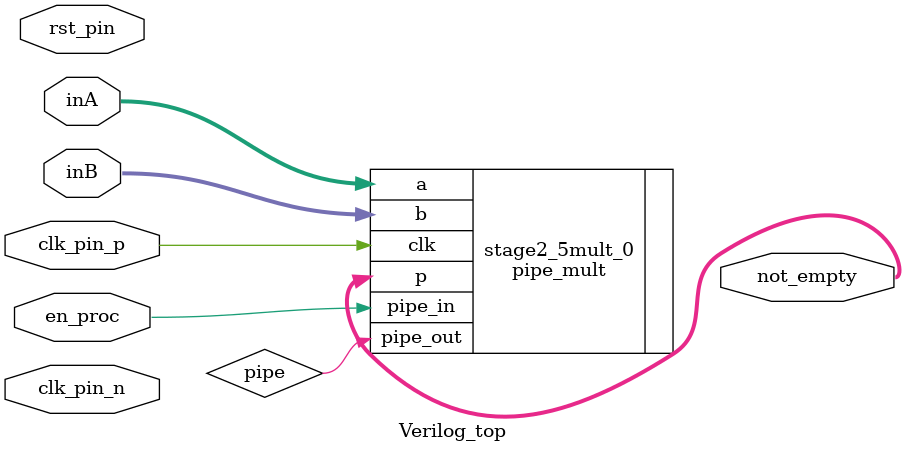
<source format=v>
`timescale 1ns / 1ps


module Verilog_top(
    input wire clk_pin_p,
    input wire clk_pin_n,
    input wire [15:0] inA,
    input wire [15:0] inB,
    input wire rst_pin,
    input wire en_proc,
    output wire [29:0] not_empty
    );
    
    //reg [31:0] outP;
    wire [31:0] outP;
    wire pipe;
    
//    always @(posedge clk_pin_p) begin
//        inA <= 16'd50;
//        inB <= 16'd40;
//        //outP <= inA * inB;
//        not_empty <= outP[7:0];
//    end
    
    
    pipe_mult #(.STAGES(3), .AWIDTH(16), .BWIDTH(16))
    stage2_5mult_0(.pipe_in(en_proc), .pipe_out(pipe), .clk(clk_pin_p),
    .a(inA), .b(inB), .p(not_empty));
//    pipe_mult #(.STAGES(2), .AWIDTH(16), .BWIDTH(16))    
//            stage2_5mult_0(.pipe_in(en_proc), .pipe_out(pipe), .clk(clk_pin_p),
//        .a(inA), .b(inB), .p(outP));    
endmodule

</source>
